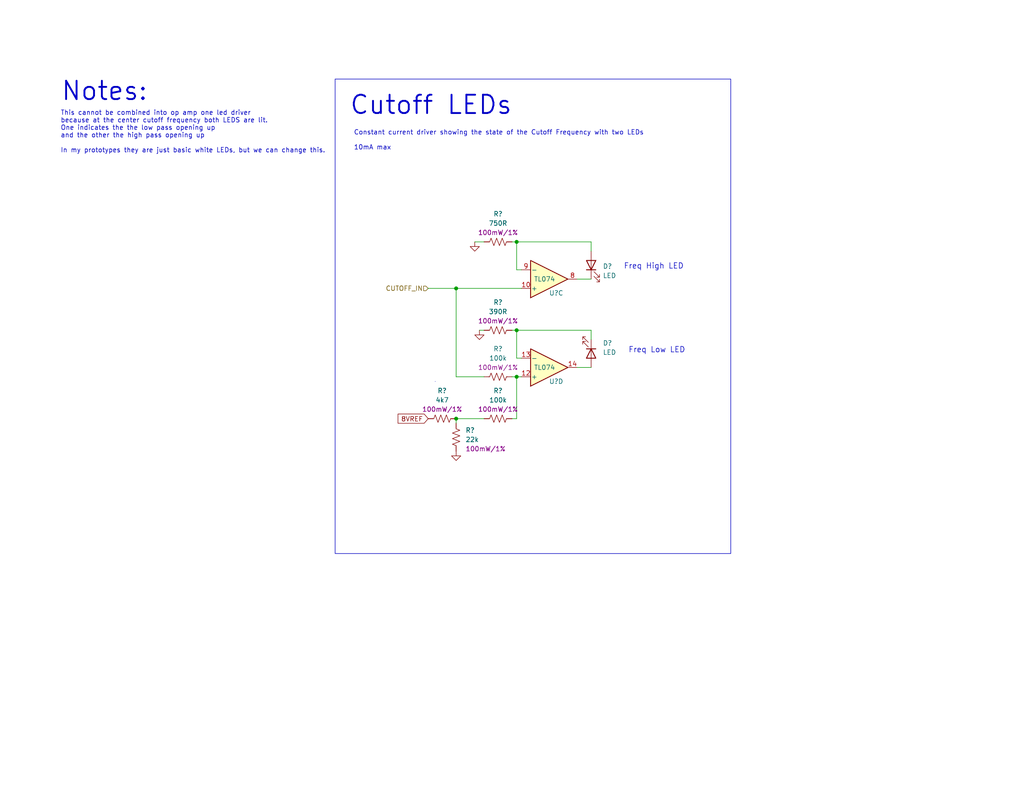
<source format=kicad_sch>
(kicad_sch (version 20230121) (generator eeschema)
  (paper "USLetter")
  (title_block (title "Diode Ladder Filter") (date "2023-06-08") (rev "v0.1") (company "Winterbloom") (comment 1 "Carson Walls") (comment 2 "LICENSE TBD") (comment 3 "TBD.wntr.dev"))
  (lib_symbols
    (symbol "Device:LED" (pin_numbers hide) (pin_names (offset 1.016) hide)
      (property "Reference" "D" (at 0 2.54 0))
      (property "Value" "LED" (at 0 -2.54 0))
      (symbol "LED_0_1"
        (polyline (pts (xy -1.27 -1.27) (xy -1.27 1.27)) (stroke (width 0.254)))
        (polyline (pts (xy -1.27 0) (xy 1.27 0)))
        (polyline (pts (xy 1.27 -1.27) (xy 1.27 1.27) (xy -1.27 0) (xy 1.27 -1.27)) (stroke (width 0.254)))
        (polyline (pts (xy -3.048 -0.762) (xy -4.572 -2.286) (xy -3.81 -2.286) (xy -4.572 -2.286) (xy -4.572 -1.524)))
        (polyline (pts (xy -1.778 -0.762) (xy -3.302 -2.286) (xy -2.54 -2.286) (xy -3.302 -2.286) (xy -3.302 -1.524)))
      )
      (symbol "LED_1_1"
        (pin passive line (at -3.81 0 0) (length 2.54) (name "K") (number "1"))
        (pin passive line (at 3.81 0 180) (length 2.54) (name "A") (number "2"))
      )
    )
    (symbol "Device:R_US" (pin_numbers hide) (pin_names (offset 0))
      (property "Reference" "R" (at 2.54 0 90))
      (property "Value" "R_US" (at -2.54 0 90))
      (symbol "R_US_0_1"
        (polyline (pts (xy 0 -2.286) (xy 0 -2.54)))
        (polyline (pts (xy 0 2.286) (xy 0 2.54)))
        (polyline (pts (xy 0 -0.762) (xy 1.016 -1.143) (xy 0 -1.524) (xy -1.016 -1.905) (xy 0 -2.286)))
        (polyline (pts (xy 0 0.762) (xy 1.016 0.381) (xy 0 0) (xy -1.016 -0.381) (xy 0 -0.762)))
        (polyline (pts (xy 0 2.286) (xy 1.016 1.905) (xy 0 1.524) (xy -1.016 1.143) (xy 0 0.762)))
      )
      (symbol "R_US_1_1"
        (pin passive line (at 0 3.81 270) (length 1.27) (name "~") (number "1"))
        (pin passive line (at 0 -3.81 90) (length 1.27) (name "~") (number "2"))
      )
    )
    (symbol "power:GND" (power) (pin_names (offset 0))
      (property "Value" "GND" (at 0 -3.81 0))
      (symbol "GND_0_1"
        (polyline (pts (xy 0 0) (xy 0 -1.27) (xy 1.27 -1.27) (xy 0 -2.54) (xy -1.27 -1.27) (xy 0 -1.27)))
      )
      (symbol "GND_1_1"
        (pin power_in line (at 0 0 270) (length 0) hide (name "GND") (number "1"))
      )
    )
    (symbol "winterbloom:TL074" (pin_names (offset 0.127))
      (property "Reference" "U" (at 0 3.81 0))
      (property "Value" "TL074" (at 0 -3.81 0))
      (symbol "TL074_1_1"
        (polyline (pts (xy -5.08 5.08) (xy 5.08 0) (xy -5.08 -5.08) (xy -5.08 5.08)) (stroke (width 0.254)) (fill (type background)))
        (pin output line (at 7.62 0 180) (length 2.54) (name "~") (number "1"))
        (pin input line (at -7.62 -2.54 0) (length 2.54) (name "-") (number "2"))
        (pin input line (at -7.62 2.54 0) (length 2.54) (name "+") (number "3"))
      )
      (symbol "TL074_2_1"
        (polyline (pts (xy -5.08 5.08) (xy 5.08 0) (xy -5.08 -5.08) (xy -5.08 5.08)) (stroke (width 0.254)) (fill (type background)))
        (pin input line (at -7.62 2.54 0) (length 2.54) (name "+") (number "5"))
        (pin input line (at -7.62 -2.54 0) (length 2.54) (name "-") (number "6"))
        (pin output line (at 7.62 0 180) (length 2.54) (name "~") (number "7"))
      )
      (symbol "TL074_3_1"
        (polyline (pts (xy -5.08 5.08) (xy 5.08 0) (xy -5.08 -5.08) (xy -5.08 5.08)) (stroke (width 0.254)) (fill (type background)))
        (pin input line (at -7.62 2.54 0) (length 2.54) (name "+") (number "10"))
        (pin output line (at 7.62 0 180) (length 2.54) (name "~") (number "8"))
        (pin input line (at -7.62 -2.54 0) (length 2.54) (name "-") (number "9"))
      )
      (symbol "TL074_4_1"
        (polyline (pts (xy -5.08 5.08) (xy 5.08 0) (xy -5.08 -5.08) (xy -5.08 5.08)) (stroke (width 0.254)) (fill (type background)))
        (pin input line (at -7.62 2.54 0) (length 2.54) (name "+") (number "12"))
        (pin input line (at -7.62 -2.54 0) (length 2.54) (name "-") (number "13"))
        (pin output line (at 7.62 0 180) (length 2.54) (name "~") (number "14"))
      )
      (symbol "TL074_5_1"
        (polyline (pts (xy -5.08 5.08) (xy 5.08 0) (xy -5.08 -5.08) (xy -5.08 5.08)) (stroke (width 0.254)) (fill (type background)))
        (pin power_in line (at -2.54 -7.62 90) (length 3.81) (name "V-") (number "11"))
        (pin power_in line (at -2.54 7.62 270) (length 3.81) (name "V+") (number "4"))
      )
    )
  )
  (junction (at 140.97 66.04))
  (junction (at 140.97 90.17))
  (junction (at 140.97 102.87))
  (junction (at 124.46 114.3))
  (junction (at 124.46 78.74))
  (wire (pts (xy 157.48 100.33) (xy 161.29 100.33)))
  (wire (pts (xy 161.29 66.04) (xy 161.29 68.58)))
  (wire (pts (xy 157.48 76.2) (xy 161.29 76.2)))
  (wire (pts (xy 124.46 114.3) (xy 132.08 114.3)))
  (wire (pts (xy 142.24 97.79) (xy 140.97 97.79)))
  (wire (pts (xy 132.08 66.04) (xy 129.54 66.04)))
  (wire (pts (xy 139.7 102.87) (xy 140.97 102.87)))
  (wire (pts (xy 124.46 78.74) (xy 124.46 102.87)))
  (wire (pts (xy 140.97 90.17) (xy 161.29 90.17)))
  (wire (pts (xy 132.08 90.17) (xy 130.81 90.17)))
  (wire (pts (xy 139.7 90.17) (xy 140.97 90.17)))
  (wire (pts (xy 140.97 102.87) (xy 142.24 102.87)))
  (wire (pts (xy 142.24 73.66) (xy 140.97 73.66)))
  (polyline (pts (xy 118.745 104.14) (xy 118.745 104.14)))
  (wire (pts (xy 161.29 90.17) (xy 161.29 92.71)))
  (wire (pts (xy 140.97 73.66) (xy 140.97 66.04)))
  (wire (pts (xy 139.7 114.3) (xy 140.97 114.3)))
  (wire (pts (xy 140.97 66.04) (xy 161.29 66.04)))
  (wire (pts (xy 124.46 102.87) (xy 132.08 102.87)))
  (wire (pts (xy 139.7 66.04) (xy 140.97 66.04)))
  (wire (pts (xy 124.46 115.57) (xy 124.46 114.3)))
  (wire (pts (xy 140.97 114.3) (xy 140.97 102.87)))
  (wire (pts (xy 140.97 97.79) (xy 140.97 90.17)))
  (wire (pts (xy 116.84 78.74) (xy 124.46 78.74)))
  (wire (pts (xy 124.46 78.74) (xy 142.24 78.74)))
  (rectangle (start 91.44 21.59) (end 199.39 151.13))
  (text "Constant current driver showing the state of the Cutoff Frequency with two LEDs\n\n10mA max\n\n" (at 96.52 43.18 0) (effects (font (size 1.27 1.27)) (justify left bottom)))
  (text "Freq Low LED" (at 171.45 96.52 0) (effects (font (size 1.5 1.5)) (justify left bottom)))
  (text "Cutoff LEDs" (at 95.25 31.75 0) (effects (font (size 5 5) (thickness 0.508) bold) (justify left bottom)))
  (text "This cannot be combined into op amp one led driver\nbecause at the center cutoff frequency both LEDS are lit.\nOne indicates the the low pass opening up\nand the other the high pass opening up\n\nIn my prototypes they are just basic white LEDs, but we can change this." (at 16.51 41.91 0) (effects (font (size 1.27 1.27)) (justify left bottom)))
  (text "Freq High LED" (at 170.18 73.66 0) (effects (font (size 1.5 1.5)) (justify left bottom)))
  (text "Notes:" (at 16.51 27.94 0) (effects (font (size 5 5) (thickness 0.508) bold) (justify left bottom)))
  (global_label "8VREF" (shape input) (at 116.84 114.3 180) (property "Intersheetrefs" "${INTERSHEET_REFS}" (effects hide)))
  (hierarchical_label "CUTOFF_IN" (shape input) (at 116.84 78.74 180))
  (symbol (lib_id "Device:R_US") (at 135.89 114.3 270) (unit 1)
    (property "Reference" "R?" (at 135.89 106.68 90))
    (property "Value" "100k" (at 135.89 109.22 90))
    (property "Footprint" "winterbloom:R_0603_HandSolder" (effects hide))
    (property "smd kit" "1" (effects hide))
    (property "Rating" "100mW/1%" (at 135.89 111.76 90))
  )
  (symbol (lib_id "Device:R_US") (at 120.65 114.3 90) (unit 1)
    (property "Reference" "R?" (at 120.65 106.68 90))
    (property "Value" "4k7" (at 120.65 109.22 90))
    (property "Footprint" "winterbloom:R_0603_HandSolder" (effects hide))
    (property "smd kit" "1" (effects hide))
    (property "Rating" "100mW/1%" (at 120.65 111.76 90))
  )
  (symbol (lib_id "Device:LED") (at 161.29 96.52 270) (unit 1)
    (property "Reference" "D?" (at 164.465 93.6624 90) (effects (justify left)))
    (property "Value" "LED" (at 164.465 96.2024 90) (effects (justify left)))
    (property "Footprint" "LED_SMD:LED_0805_2012Metric" (effects hide))
    (property "LCSC" "C34499" (effects hide))
    (property "MPN" "C34499" (effects hide))
    (property "Manufacturer" "Hubei KENTO Elec" (effects hide))
  )
  (symbol (lib_id "Device:R_US") (at 135.89 102.87 270) (unit 1)
    (property "Reference" "R?" (at 135.89 95.25 90))
    (property "Value" "100k" (at 135.89 97.79 90))
    (property "Footprint" "winterbloom:R_0603_HandSolder" (effects hide))
    (property "smd kit" "1" (effects hide))
    (property "Rating" "100mW/1%" (at 135.89 100.33 90))
  )
  (symbol (lib_id "Device:R_US") (at 135.89 90.17 270) (unit 1)
    (property "Reference" "R?" (at 135.89 82.55 90))
    (property "Value" "390R" (at 135.89 85.09 90))
    (property "Footprint" "winterbloom:R_0603_HandSolder" (effects hide))
    (property "smd kit" "1" (effects hide))
    (property "Rating" "100mW/1%" (at 135.89 87.63 90))
  )
  (symbol (lib_id "Device:LED") (at 161.29 72.39 90) (unit 1)
    (property "Reference" "D?" (at 164.465 72.7074 90) (effects (justify right)))
    (property "Value" "LED" (at 164.465 75.2474 90) (effects (justify right)))
    (property "Footprint" "LED_SMD:LED_0805_2012Metric" (effects hide))
    (property "LCSC" "C34499" (effects hide))
    (property "MPN" "C34499" (effects hide))
    (property "Manufacturer" "Hubei KENTO Elec" (effects hide))
  )
  (symbol (lib_id "winterbloom:TL074") (at 149.86 100.33 0) (mirror x) (unit 4)
    (property "Reference" "U?" (at 151.765 104.14 0))
    (property "Value" "TL074" (at 148.59 100.33 0))
    (property "Footprint" "Package_SO:TSSOP-14_4.4x5mm_P0.65mm" (effects hide))
    (property "Datasheet" "https://www.ti.com/lit/ds/symlink/tl071.pdf" (effects hide))
    (property "MPN" "TL074CPW" (effects hide))
    (instances (project "mainboard" (path "" (reference "U?") (unit 4)) (path "" (reference "U?") (unit 1))) (project "mainboard" (path "" (reference "U?") (unit 4)) (path "" (reference "U?") (unit 4)) (path "" (reference "U?") (unit 4))))
  )
  (symbol (lib_id "winterbloom:TL074") (at 149.86 76.2 0) (mirror x) (unit 3)
    (property "Reference" "U?" (at 151.765 80.01 0))
    (property "Value" "TL074" (at 148.59 76.2 0))
    (property "Footprint" "Package_SO:TSSOP-14_4.4x5mm_P0.65mm" (effects hide))
    (property "Datasheet" "https://www.ti.com/lit/ds/symlink/tl071.pdf" (effects hide))
    (property "MPN" "TL074CPW" (effects hide))
    (instances (project "VCA_0.3" (path "" (reference "U?") (unit 3))) (project "mainboard" (path "" (reference "U?") (unit 3)) (path "" (reference "U?") (unit 2))) (project "mainboard" (path "" (reference "U?") (unit 3)) (path "" (reference "U?") (unit 3)) (path "" (reference "U?") (unit 3))) (project "VCA" (path "" (reference "U?") (unit 3)) (path "" (reference "U?") (unit 3))))
  )
  (symbol (lib_id "power:GND") (at 130.81 90.17 0) (unit 1)
    (property "Reference" "#PWR?" (effects hide))
    (property "Value" "GND" (effects hide))
  )
  (symbol (lib_id "power:GND") (at 129.54 66.04 0) (unit 1)
    (property "Reference" "#PWR?" (effects hide))
    (property "Value" "GND" (effects hide))
  )
  (symbol (lib_id "Device:R_US") (at 124.46 119.38 0) (unit 1)
    (property "Reference" "R?" (at 127 117.475 0) (effects (justify left)))
    (property "Value" "22k" (at 127 120.015 0) (effects (justify left)))
    (property "Footprint" "winterbloom:R_0603_HandSolder" (effects hide))
    (property "smd kit" "1" (effects hide))
    (property "Rating" "100mW/1%" (at 127 122.555 0) (effects (justify left)))
  )
  (symbol (lib_id "Device:R_US") (at 135.89 66.04 270) (unit 1)
    (property "Reference" "R?" (at 135.89 58.42 90))
    (property "Value" "750R" (at 135.89 60.96 90))
    (property "Footprint" "winterbloom:R_0603_HandSolder" (effects hide))
    (property "smd kit" "1" (effects hide))
    (property "Rating" "100mW/1%" (at 135.89 63.5 90))
  )
  (symbol (lib_id "power:GND") (at 124.46 123.19 0) (unit 1)
    (property "Reference" "#PWR?" (effects hide))
    (property "Value" "GND" (effects hide))
  )
)
</source>
